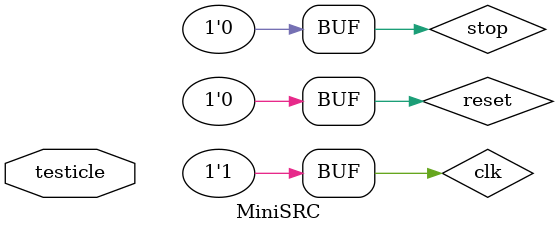
<source format=v>
`timescale 1ns/10ps
module MiniSRC(input testicle/*input reset, stop*/);
	
	//set up system clock
	reg clk;
	reg reset, stop;
	initial begin
		//temporary for testing
		reset = 0;
		stop = 0;
		
		clk = 1;
		repeat(1000) clk = #10 ~clk; //entire clock cycle is 40ns
	end
	
	wire[12:0] op_sel; //defines which operation ALU should perform
	
	//PC incrementor
	wire IncPC;
	//synchronous clear signal
	wire Clear;
	//read-from-bus signals
	wire Rin, MDR_rd, MAR_rd, HI_rd, LO_rd, Z_rd, PC_rd, In_rd, Out_rd, C_rd, Y_rd, IR_rd; //In_rd may need to be an input to the MiniSRC
	//write-to-bus signals
	wire R_out, MDR_out, MAR_out, HI_out, LO_out, Zhi_out, Zlo_out, PC_out, Inport_out, C_out;
	//used by division circuitry
	wire reset_div;
	//memory control signals
	wire Read, Write;
	//Control signals for A, B, C registers and BAout
	wire Gra, Grb, Grc, BAout;
	//CON_FF signals
	wire CONin, CON_output;
	//Program contro lsignals (control unit outputs)
	
	//IR register contents
	wire[31:0] IR_contents;
	
	//define system architecture
	control_unit CU_inst(.clk(clk), .reset(reset), .stop(stop), .CON_FF(CON_output), .reset_division(reset_div), .IR_contents(IR_contents),
								.Rin(Rin), .HIin(HI_rd), .LOin(LO_rd), .CONin(CONin), .PCin(PC_rd), .IRin(IR_rd), .Yin(Y_rd), .Zin(Z_rd), .MARin(MAR_rd), .MDRin(MDR_rd), .Outport_in(Out_rd),
								.R_out(R_out), .MDR_out(MDR_out), .MAR_out(MAR_out), .HI_out(HI_out), .LO_out(LO_out), .Zhi_out(Zhi_out), .Zlo_out(Zlo_out), .PC_out(PC_out), 
								.C_out(C_out), .Inport_out(Inport_out),
								.Gra(Gra), .Grb(Grb), .Grc(Grc), .BAout(BAout), .ADD(op_sel[0]), .SUB(op_sel[1]), .MUL(op_sel[2]), .DIV(op_sel[3]), .SHR(op_sel[4]), .SHRA(op_sel[5]), 
								.SHL(op_sel[6]), .ROR(op_sel[7]), .ROL(op_sel[8]), .AND(op_sel[9]), .OR(op_sel[10]), .NEG(op_sel[11]), .NOT(op_sel[12]), .Read(Read), .Write(Write),
								.Run(Run), .Clear(Clear), .IncPC(IncPC));
	
	Datapath DP_inst(.clk(clk), .clr(Clear), .IncPC(IncPC), .Read(Read), .Write(Write), .Gra(Gra), .Grb(Grb), .Grc(Grc), .BAout(BAout), .CONin(CONin), 
						  .reset_div(reset_div), .op_sel(op_sel),
						  .Rin(Rin), .MDR_rd(MDR_rd), .MAR_rd(MAR_rd), .HI_rd(HI_rd), .LO_rd(LO_rd), .Z_rd(Z_rd), .PC_rd(PC_rd),
						  .In_rd(In_rd), .Out_rd(Out_rd), .C_rd(C_rd), .Y_rd(Y_rd), .IR_rd(IR_rd),
						  .R_out(R_out), .MDR_out(MDR_out), .MAR_out(MAR_out), .HI_out(HI_out), .LO_out(LO_out), .Zhi_out(Zhi_out), .Zlo_out(Zlo_out), .PC_out(PC_out), 
						  .Inport_out(Inport_out), .C_out(C_out),
						  .IR_contents(IR_contents), .In_input(Inport_contents));
	
	//Current contents of memory: 
	//ld r2, 0(0x20) (contains 0x55)
	//addi r3, r2, 0xC6 (result = 0x11B)
	//st r3, 0(0x21)
	//mul r3, r2 (result: 5DF7)
	//halt
	
endmodule 
</source>
